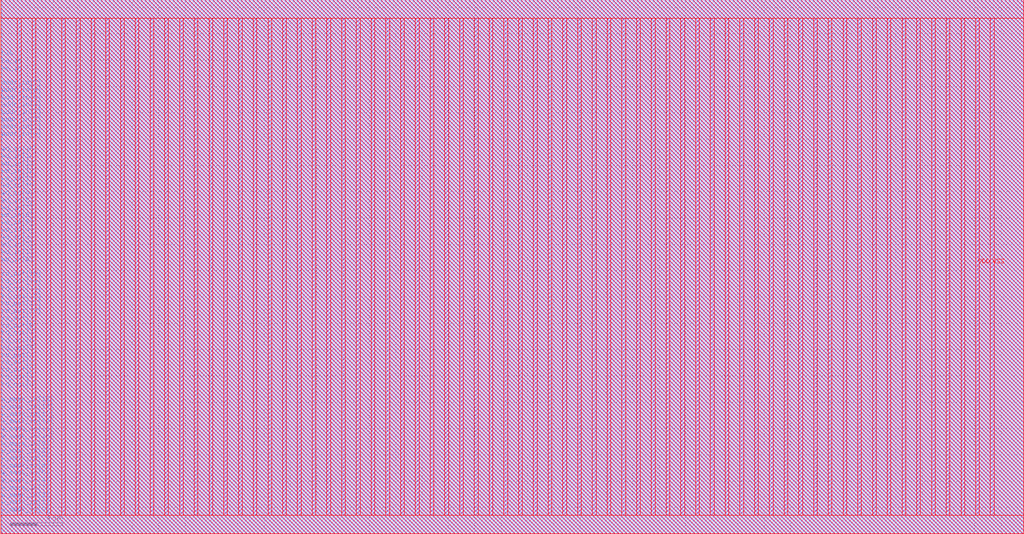
<source format=lef>
VERSION 5.7 ;
BUSBITCHARS "[]" ;
MACRO fakeram45_256x16
  FOREIGN fakeram45_256x16 0 0 ;
  SYMMETRY X Y R90 ;
  SIZE 77.710 BY 40.600 ;
  CLASS BLOCK ;
  PIN w_mask_in[0]
    DIRECTION INPUT ;
    USE SIGNAL ;
    SHAPE ABUTMENT ;
    PORT
      LAYER metal3 ;
      RECT 0.000 1.400 0.070 1.470 ;
    END
  END w_mask_in[0]
  PIN w_mask_in[1]
    DIRECTION INPUT ;
    USE SIGNAL ;
    SHAPE ABUTMENT ;
    PORT
      LAYER metal3 ;
      RECT 0.000 1.960 0.070 2.030 ;
    END
  END w_mask_in[1]
  PIN w_mask_in[2]
    DIRECTION INPUT ;
    USE SIGNAL ;
    SHAPE ABUTMENT ;
    PORT
      LAYER metal3 ;
      RECT 0.000 2.520 0.070 2.590 ;
    END
  END w_mask_in[2]
  PIN w_mask_in[3]
    DIRECTION INPUT ;
    USE SIGNAL ;
    SHAPE ABUTMENT ;
    PORT
      LAYER metal3 ;
      RECT 0.000 3.080 0.070 3.150 ;
    END
  END w_mask_in[3]
  PIN w_mask_in[4]
    DIRECTION INPUT ;
    USE SIGNAL ;
    SHAPE ABUTMENT ;
    PORT
      LAYER metal3 ;
      RECT 0.000 3.640 0.070 3.710 ;
    END
  END w_mask_in[4]
  PIN w_mask_in[5]
    DIRECTION INPUT ;
    USE SIGNAL ;
    SHAPE ABUTMENT ;
    PORT
      LAYER metal3 ;
      RECT 0.000 4.200 0.070 4.270 ;
    END
  END w_mask_in[5]
  PIN w_mask_in[6]
    DIRECTION INPUT ;
    USE SIGNAL ;
    SHAPE ABUTMENT ;
    PORT
      LAYER metal3 ;
      RECT 0.000 4.760 0.070 4.830 ;
    END
  END w_mask_in[6]
  PIN w_mask_in[7]
    DIRECTION INPUT ;
    USE SIGNAL ;
    SHAPE ABUTMENT ;
    PORT
      LAYER metal3 ;
      RECT 0.000 5.320 0.070 5.390 ;
    END
  END w_mask_in[7]
  PIN w_mask_in[8]
    DIRECTION INPUT ;
    USE SIGNAL ;
    SHAPE ABUTMENT ;
    PORT
      LAYER metal3 ;
      RECT 0.000 5.880 0.070 5.950 ;
    END
  END w_mask_in[8]
  PIN w_mask_in[9]
    DIRECTION INPUT ;
    USE SIGNAL ;
    SHAPE ABUTMENT ;
    PORT
      LAYER metal3 ;
      RECT 0.000 6.440 0.070 6.510 ;
    END
  END w_mask_in[9]
  PIN w_mask_in[10]
    DIRECTION INPUT ;
    USE SIGNAL ;
    SHAPE ABUTMENT ;
    PORT
      LAYER metal3 ;
      RECT 0.000 7.000 0.070 7.070 ;
    END
  END w_mask_in[10]
  PIN w_mask_in[11]
    DIRECTION INPUT ;
    USE SIGNAL ;
    SHAPE ABUTMENT ;
    PORT
      LAYER metal3 ;
      RECT 0.000 7.560 0.070 7.630 ;
    END
  END w_mask_in[11]
  PIN w_mask_in[12]
    DIRECTION INPUT ;
    USE SIGNAL ;
    SHAPE ABUTMENT ;
    PORT
      LAYER metal3 ;
      RECT 0.000 8.120 0.070 8.190 ;
    END
  END w_mask_in[12]
  PIN w_mask_in[13]
    DIRECTION INPUT ;
    USE SIGNAL ;
    SHAPE ABUTMENT ;
    PORT
      LAYER metal3 ;
      RECT 0.000 8.680 0.070 8.750 ;
    END
  END w_mask_in[13]
  PIN w_mask_in[14]
    DIRECTION INPUT ;
    USE SIGNAL ;
    SHAPE ABUTMENT ;
    PORT
      LAYER metal3 ;
      RECT 0.000 9.240 0.070 9.310 ;
    END
  END w_mask_in[14]
  PIN w_mask_in[15]
    DIRECTION INPUT ;
    USE SIGNAL ;
    SHAPE ABUTMENT ;
    PORT
      LAYER metal3 ;
      RECT 0.000 9.800 0.070 9.870 ;
    END
  END w_mask_in[15]
  PIN rd_out[0]
    DIRECTION OUTPUT ;
    USE SIGNAL ;
    SHAPE ABUTMENT ;
    PORT
      LAYER metal3 ;
      RECT 0.000 10.920 0.070 10.990 ;
    END
  END rd_out[0]
  PIN rd_out[1]
    DIRECTION OUTPUT ;
    USE SIGNAL ;
    SHAPE ABUTMENT ;
    PORT
      LAYER metal3 ;
      RECT 0.000 11.480 0.070 11.550 ;
    END
  END rd_out[1]
  PIN rd_out[2]
    DIRECTION OUTPUT ;
    USE SIGNAL ;
    SHAPE ABUTMENT ;
    PORT
      LAYER metal3 ;
      RECT 0.000 12.040 0.070 12.110 ;
    END
  END rd_out[2]
  PIN rd_out[3]
    DIRECTION OUTPUT ;
    USE SIGNAL ;
    SHAPE ABUTMENT ;
    PORT
      LAYER metal3 ;
      RECT 0.000 12.600 0.070 12.670 ;
    END
  END rd_out[3]
  PIN rd_out[4]
    DIRECTION OUTPUT ;
    USE SIGNAL ;
    SHAPE ABUTMENT ;
    PORT
      LAYER metal3 ;
      RECT 0.000 13.160 0.070 13.230 ;
    END
  END rd_out[4]
  PIN rd_out[5]
    DIRECTION OUTPUT ;
    USE SIGNAL ;
    SHAPE ABUTMENT ;
    PORT
      LAYER metal3 ;
      RECT 0.000 13.720 0.070 13.790 ;
    END
  END rd_out[5]
  PIN rd_out[6]
    DIRECTION OUTPUT ;
    USE SIGNAL ;
    SHAPE ABUTMENT ;
    PORT
      LAYER metal3 ;
      RECT 0.000 14.280 0.070 14.350 ;
    END
  END rd_out[6]
  PIN rd_out[7]
    DIRECTION OUTPUT ;
    USE SIGNAL ;
    SHAPE ABUTMENT ;
    PORT
      LAYER metal3 ;
      RECT 0.000 14.840 0.070 14.910 ;
    END
  END rd_out[7]
  PIN rd_out[8]
    DIRECTION OUTPUT ;
    USE SIGNAL ;
    SHAPE ABUTMENT ;
    PORT
      LAYER metal3 ;
      RECT 0.000 15.400 0.070 15.470 ;
    END
  END rd_out[8]
  PIN rd_out[9]
    DIRECTION OUTPUT ;
    USE SIGNAL ;
    SHAPE ABUTMENT ;
    PORT
      LAYER metal3 ;
      RECT 0.000 15.960 0.070 16.030 ;
    END
  END rd_out[9]
  PIN rd_out[10]
    DIRECTION OUTPUT ;
    USE SIGNAL ;
    SHAPE ABUTMENT ;
    PORT
      LAYER metal3 ;
      RECT 0.000 16.520 0.070 16.590 ;
    END
  END rd_out[10]
  PIN rd_out[11]
    DIRECTION OUTPUT ;
    USE SIGNAL ;
    SHAPE ABUTMENT ;
    PORT
      LAYER metal3 ;
      RECT 0.000 17.080 0.070 17.150 ;
    END
  END rd_out[11]
  PIN rd_out[12]
    DIRECTION OUTPUT ;
    USE SIGNAL ;
    SHAPE ABUTMENT ;
    PORT
      LAYER metal3 ;
      RECT 0.000 17.640 0.070 17.710 ;
    END
  END rd_out[12]
  PIN rd_out[13]
    DIRECTION OUTPUT ;
    USE SIGNAL ;
    SHAPE ABUTMENT ;
    PORT
      LAYER metal3 ;
      RECT 0.000 18.200 0.070 18.270 ;
    END
  END rd_out[13]
  PIN rd_out[14]
    DIRECTION OUTPUT ;
    USE SIGNAL ;
    SHAPE ABUTMENT ;
    PORT
      LAYER metal3 ;
      RECT 0.000 18.760 0.070 18.830 ;
    END
  END rd_out[14]
  PIN rd_out[15]
    DIRECTION OUTPUT ;
    USE SIGNAL ;
    SHAPE ABUTMENT ;
    PORT
      LAYER metal3 ;
      RECT 0.000 19.320 0.070 19.390 ;
    END
  END rd_out[15]
  PIN wd_in[0]
    DIRECTION INPUT ;
    USE SIGNAL ;
    SHAPE ABUTMENT ;
    PORT
      LAYER metal3 ;
      RECT 0.000 20.440 0.070 20.510 ;
    END
  END wd_in[0]
  PIN wd_in[1]
    DIRECTION INPUT ;
    USE SIGNAL ;
    SHAPE ABUTMENT ;
    PORT
      LAYER metal3 ;
      RECT 0.000 21.000 0.070 21.070 ;
    END
  END wd_in[1]
  PIN wd_in[2]
    DIRECTION INPUT ;
    USE SIGNAL ;
    SHAPE ABUTMENT ;
    PORT
      LAYER metal3 ;
      RECT 0.000 21.560 0.070 21.630 ;
    END
  END wd_in[2]
  PIN wd_in[3]
    DIRECTION INPUT ;
    USE SIGNAL ;
    SHAPE ABUTMENT ;
    PORT
      LAYER metal3 ;
      RECT 0.000 22.120 0.070 22.190 ;
    END
  END wd_in[3]
  PIN wd_in[4]
    DIRECTION INPUT ;
    USE SIGNAL ;
    SHAPE ABUTMENT ;
    PORT
      LAYER metal3 ;
      RECT 0.000 22.680 0.070 22.750 ;
    END
  END wd_in[4]
  PIN wd_in[5]
    DIRECTION INPUT ;
    USE SIGNAL ;
    SHAPE ABUTMENT ;
    PORT
      LAYER metal3 ;
      RECT 0.000 23.240 0.070 23.310 ;
    END
  END wd_in[5]
  PIN wd_in[6]
    DIRECTION INPUT ;
    USE SIGNAL ;
    SHAPE ABUTMENT ;
    PORT
      LAYER metal3 ;
      RECT 0.000 23.800 0.070 23.870 ;
    END
  END wd_in[6]
  PIN wd_in[7]
    DIRECTION INPUT ;
    USE SIGNAL ;
    SHAPE ABUTMENT ;
    PORT
      LAYER metal3 ;
      RECT 0.000 24.360 0.070 24.430 ;
    END
  END wd_in[7]
  PIN wd_in[8]
    DIRECTION INPUT ;
    USE SIGNAL ;
    SHAPE ABUTMENT ;
    PORT
      LAYER metal3 ;
      RECT 0.000 24.920 0.070 24.990 ;
    END
  END wd_in[8]
  PIN wd_in[9]
    DIRECTION INPUT ;
    USE SIGNAL ;
    SHAPE ABUTMENT ;
    PORT
      LAYER metal3 ;
      RECT 0.000 25.480 0.070 25.550 ;
    END
  END wd_in[9]
  PIN wd_in[10]
    DIRECTION INPUT ;
    USE SIGNAL ;
    SHAPE ABUTMENT ;
    PORT
      LAYER metal3 ;
      RECT 0.000 26.040 0.070 26.110 ;
    END
  END wd_in[10]
  PIN wd_in[11]
    DIRECTION INPUT ;
    USE SIGNAL ;
    SHAPE ABUTMENT ;
    PORT
      LAYER metal3 ;
      RECT 0.000 26.600 0.070 26.670 ;
    END
  END wd_in[11]
  PIN wd_in[12]
    DIRECTION INPUT ;
    USE SIGNAL ;
    SHAPE ABUTMENT ;
    PORT
      LAYER metal3 ;
      RECT 0.000 27.160 0.070 27.230 ;
    END
  END wd_in[12]
  PIN wd_in[13]
    DIRECTION INPUT ;
    USE SIGNAL ;
    SHAPE ABUTMENT ;
    PORT
      LAYER metal3 ;
      RECT 0.000 27.720 0.070 27.790 ;
    END
  END wd_in[13]
  PIN wd_in[14]
    DIRECTION INPUT ;
    USE SIGNAL ;
    SHAPE ABUTMENT ;
    PORT
      LAYER metal3 ;
      RECT 0.000 28.280 0.070 28.350 ;
    END
  END wd_in[14]
  PIN wd_in[15]
    DIRECTION INPUT ;
    USE SIGNAL ;
    SHAPE ABUTMENT ;
    PORT
      LAYER metal3 ;
      RECT 0.000 28.840 0.070 28.910 ;
    END
  END wd_in[15]
  PIN addr_in[0]
    DIRECTION INPUT ;
    USE SIGNAL ;
    SHAPE ABUTMENT ;
    PORT
      LAYER metal3 ;
      RECT 0.000 29.960 0.070 30.030 ;
    END
  END addr_in[0]
  PIN addr_in[1]
    DIRECTION INPUT ;
    USE SIGNAL ;
    SHAPE ABUTMENT ;
    PORT
      LAYER metal3 ;
      RECT 0.000 30.520 0.070 30.590 ;
    END
  END addr_in[1]
  PIN addr_in[2]
    DIRECTION INPUT ;
    USE SIGNAL ;
    SHAPE ABUTMENT ;
    PORT
      LAYER metal3 ;
      RECT 0.000 31.080 0.070 31.150 ;
    END
  END addr_in[2]
  PIN addr_in[3]
    DIRECTION INPUT ;
    USE SIGNAL ;
    SHAPE ABUTMENT ;
    PORT
      LAYER metal3 ;
      RECT 0.000 31.640 0.070 31.710 ;
    END
  END addr_in[3]
  PIN addr_in[4]
    DIRECTION INPUT ;
    USE SIGNAL ;
    SHAPE ABUTMENT ;
    PORT
      LAYER metal3 ;
      RECT 0.000 32.200 0.070 32.270 ;
    END
  END addr_in[4]
  PIN addr_in[5]
    DIRECTION INPUT ;
    USE SIGNAL ;
    SHAPE ABUTMENT ;
    PORT
      LAYER metal3 ;
      RECT 0.000 32.760 0.070 32.830 ;
    END
  END addr_in[5]
  PIN addr_in[6]
    DIRECTION INPUT ;
    USE SIGNAL ;
    SHAPE ABUTMENT ;
    PORT
      LAYER metal3 ;
      RECT 0.000 33.320 0.070 33.390 ;
    END
  END addr_in[6]
  PIN addr_in[7]
    DIRECTION INPUT ;
    USE SIGNAL ;
    SHAPE ABUTMENT ;
    PORT
      LAYER metal3 ;
      RECT 0.000 33.880 0.070 33.950 ;
    END
  END addr_in[7]
  PIN we_in
    DIRECTION INPUT ;
    USE SIGNAL ;
    SHAPE ABUTMENT ;
    PORT
      LAYER metal3 ;
      RECT 0.000 35.000 0.070 35.070 ;
    END
  END we_in
  PIN ce_in
    DIRECTION INPUT ;
    USE SIGNAL ;
    SHAPE ABUTMENT ;
    PORT
      LAYER metal3 ;
      RECT 0.000 35.560 0.070 35.630 ;
    END
  END ce_in
  PIN clk
    DIRECTION INPUT ;
    USE SIGNAL ;
    SHAPE ABUTMENT ;
    PORT
      LAYER metal3 ;
      RECT 0.000 36.120 0.070 36.190 ;
    END
  END clk
  PIN VSS
    DIRECTION INOUT ;
    USE GROUND ;
    PORT
      LAYER metal4 ;
      RECT 1.260 1.400 1.540 39.200 ;
      RECT 3.500 1.400 3.780 39.200 ;
      RECT 5.740 1.400 6.020 39.200 ;
      RECT 7.980 1.400 8.260 39.200 ;
      RECT 10.220 1.400 10.500 39.200 ;
      RECT 12.460 1.400 12.740 39.200 ;
      RECT 14.700 1.400 14.980 39.200 ;
      RECT 16.940 1.400 17.220 39.200 ;
      RECT 19.180 1.400 19.460 39.200 ;
      RECT 21.420 1.400 21.700 39.200 ;
      RECT 23.660 1.400 23.940 39.200 ;
      RECT 25.900 1.400 26.180 39.200 ;
      RECT 28.140 1.400 28.420 39.200 ;
      RECT 30.380 1.400 30.660 39.200 ;
      RECT 32.620 1.400 32.900 39.200 ;
      RECT 34.860 1.400 35.140 39.200 ;
      RECT 37.100 1.400 37.380 39.200 ;
      RECT 39.340 1.400 39.620 39.200 ;
      RECT 41.580 1.400 41.860 39.200 ;
      RECT 43.820 1.400 44.100 39.200 ;
      RECT 46.060 1.400 46.340 39.200 ;
      RECT 48.300 1.400 48.580 39.200 ;
      RECT 50.540 1.400 50.820 39.200 ;
      RECT 52.780 1.400 53.060 39.200 ;
      RECT 55.020 1.400 55.300 39.200 ;
      RECT 57.260 1.400 57.540 39.200 ;
      RECT 59.500 1.400 59.780 39.200 ;
      RECT 61.740 1.400 62.020 39.200 ;
      RECT 63.980 1.400 64.260 39.200 ;
      RECT 66.220 1.400 66.500 39.200 ;
      RECT 68.460 1.400 68.740 39.200 ;
      RECT 70.700 1.400 70.980 39.200 ;
      RECT 72.940 1.400 73.220 39.200 ;
      RECT 75.180 1.400 75.460 39.200 ;
    END
  END VSS
  PIN VDD
    DIRECTION INOUT ;
    USE POWER ;
    PORT
      LAYER metal4 ;
      RECT 2.380 1.400 2.660 39.200 ;
      RECT 4.620 1.400 4.900 39.200 ;
      RECT 6.860 1.400 7.140 39.200 ;
      RECT 9.100 1.400 9.380 39.200 ;
      RECT 11.340 1.400 11.620 39.200 ;
      RECT 13.580 1.400 13.860 39.200 ;
      RECT 15.820 1.400 16.100 39.200 ;
      RECT 18.060 1.400 18.340 39.200 ;
      RECT 20.300 1.400 20.580 39.200 ;
      RECT 22.540 1.400 22.820 39.200 ;
      RECT 24.780 1.400 25.060 39.200 ;
      RECT 27.020 1.400 27.300 39.200 ;
      RECT 29.260 1.400 29.540 39.200 ;
      RECT 31.500 1.400 31.780 39.200 ;
      RECT 33.740 1.400 34.020 39.200 ;
      RECT 35.980 1.400 36.260 39.200 ;
      RECT 38.220 1.400 38.500 39.200 ;
      RECT 40.460 1.400 40.740 39.200 ;
      RECT 42.700 1.400 42.980 39.200 ;
      RECT 44.940 1.400 45.220 39.200 ;
      RECT 47.180 1.400 47.460 39.200 ;
      RECT 49.420 1.400 49.700 39.200 ;
      RECT 51.660 1.400 51.940 39.200 ;
      RECT 53.900 1.400 54.180 39.200 ;
      RECT 56.140 1.400 56.420 39.200 ;
      RECT 58.380 1.400 58.660 39.200 ;
      RECT 60.620 1.400 60.900 39.200 ;
      RECT 62.860 1.400 63.140 39.200 ;
      RECT 65.100 1.400 65.380 39.200 ;
      RECT 67.340 1.400 67.620 39.200 ;
      RECT 69.580 1.400 69.860 39.200 ;
      RECT 71.820 1.400 72.100 39.200 ;
      RECT 74.060 1.400 74.340 39.200 ;
    END
  END VDD
  OBS
    LAYER metal1 ;
    RECT 0 0 77.710 40.600 ;
    LAYER metal2 ;
    RECT 0 0 77.710 40.600 ;
    LAYER metal3 ;
    RECT 0.070 0 77.710 40.600 ;
    RECT 0 0.000 0.070 1.400 ;
    RECT 0 1.470 0.070 1.960 ;
    RECT 0 2.030 0.070 2.520 ;
    RECT 0 2.590 0.070 3.080 ;
    RECT 0 3.150 0.070 3.640 ;
    RECT 0 3.710 0.070 4.200 ;
    RECT 0 4.270 0.070 4.760 ;
    RECT 0 4.830 0.070 5.320 ;
    RECT 0 5.390 0.070 5.880 ;
    RECT 0 5.950 0.070 6.440 ;
    RECT 0 6.510 0.070 7.000 ;
    RECT 0 7.070 0.070 7.560 ;
    RECT 0 7.630 0.070 8.120 ;
    RECT 0 8.190 0.070 8.680 ;
    RECT 0 8.750 0.070 9.240 ;
    RECT 0 9.310 0.070 9.800 ;
    RECT 0 9.870 0.070 10.920 ;
    RECT 0 10.990 0.070 11.480 ;
    RECT 0 11.550 0.070 12.040 ;
    RECT 0 12.110 0.070 12.600 ;
    RECT 0 12.670 0.070 13.160 ;
    RECT 0 13.230 0.070 13.720 ;
    RECT 0 13.790 0.070 14.280 ;
    RECT 0 14.350 0.070 14.840 ;
    RECT 0 14.910 0.070 15.400 ;
    RECT 0 15.470 0.070 15.960 ;
    RECT 0 16.030 0.070 16.520 ;
    RECT 0 16.590 0.070 17.080 ;
    RECT 0 17.150 0.070 17.640 ;
    RECT 0 17.710 0.070 18.200 ;
    RECT 0 18.270 0.070 18.760 ;
    RECT 0 18.830 0.070 19.320 ;
    RECT 0 19.390 0.070 20.440 ;
    RECT 0 20.510 0.070 21.000 ;
    RECT 0 21.070 0.070 21.560 ;
    RECT 0 21.630 0.070 22.120 ;
    RECT 0 22.190 0.070 22.680 ;
    RECT 0 22.750 0.070 23.240 ;
    RECT 0 23.310 0.070 23.800 ;
    RECT 0 23.870 0.070 24.360 ;
    RECT 0 24.430 0.070 24.920 ;
    RECT 0 24.990 0.070 25.480 ;
    RECT 0 25.550 0.070 26.040 ;
    RECT 0 26.110 0.070 26.600 ;
    RECT 0 26.670 0.070 27.160 ;
    RECT 0 27.230 0.070 27.720 ;
    RECT 0 27.790 0.070 28.280 ;
    RECT 0 28.350 0.070 28.840 ;
    RECT 0 28.910 0.070 29.960 ;
    RECT 0 30.030 0.070 30.520 ;
    RECT 0 30.590 0.070 31.080 ;
    RECT 0 31.150 0.070 31.640 ;
    RECT 0 31.710 0.070 32.200 ;
    RECT 0 32.270 0.070 32.760 ;
    RECT 0 32.830 0.070 33.320 ;
    RECT 0 33.390 0.070 33.880 ;
    RECT 0 33.950 0.070 35.000 ;
    RECT 0 35.070 0.070 35.560 ;
    RECT 0 35.630 0.070 36.120 ;
    RECT 0 36.190 0.070 40.600 ;
    LAYER metal4 ;
    RECT 0 0 77.710 1.400 ;
    RECT 0 39.200 77.710 40.600 ;
    RECT 0.000 1.400 1.260 39.200 ;
    RECT 1.540 1.400 2.380 39.200 ;
    RECT 2.660 1.400 3.500 39.200 ;
    RECT 3.780 1.400 4.620 39.200 ;
    RECT 4.900 1.400 5.740 39.200 ;
    RECT 6.020 1.400 6.860 39.200 ;
    RECT 7.140 1.400 7.980 39.200 ;
    RECT 8.260 1.400 9.100 39.200 ;
    RECT 9.380 1.400 10.220 39.200 ;
    RECT 10.500 1.400 11.340 39.200 ;
    RECT 11.620 1.400 12.460 39.200 ;
    RECT 12.740 1.400 13.580 39.200 ;
    RECT 13.860 1.400 14.700 39.200 ;
    RECT 14.980 1.400 15.820 39.200 ;
    RECT 16.100 1.400 16.940 39.200 ;
    RECT 17.220 1.400 18.060 39.200 ;
    RECT 18.340 1.400 19.180 39.200 ;
    RECT 19.460 1.400 20.300 39.200 ;
    RECT 20.580 1.400 21.420 39.200 ;
    RECT 21.700 1.400 22.540 39.200 ;
    RECT 22.820 1.400 23.660 39.200 ;
    RECT 23.940 1.400 24.780 39.200 ;
    RECT 25.060 1.400 25.900 39.200 ;
    RECT 26.180 1.400 27.020 39.200 ;
    RECT 27.300 1.400 28.140 39.200 ;
    RECT 28.420 1.400 29.260 39.200 ;
    RECT 29.540 1.400 30.380 39.200 ;
    RECT 30.660 1.400 31.500 39.200 ;
    RECT 31.780 1.400 32.620 39.200 ;
    RECT 32.900 1.400 33.740 39.200 ;
    RECT 34.020 1.400 34.860 39.200 ;
    RECT 35.140 1.400 35.980 39.200 ;
    RECT 36.260 1.400 37.100 39.200 ;
    RECT 37.380 1.400 38.220 39.200 ;
    RECT 38.500 1.400 39.340 39.200 ;
    RECT 39.620 1.400 40.460 39.200 ;
    RECT 40.740 1.400 41.580 39.200 ;
    RECT 41.860 1.400 42.700 39.200 ;
    RECT 42.980 1.400 43.820 39.200 ;
    RECT 44.100 1.400 44.940 39.200 ;
    RECT 45.220 1.400 46.060 39.200 ;
    RECT 46.340 1.400 47.180 39.200 ;
    RECT 47.460 1.400 48.300 39.200 ;
    RECT 48.580 1.400 49.420 39.200 ;
    RECT 49.700 1.400 50.540 39.200 ;
    RECT 50.820 1.400 51.660 39.200 ;
    RECT 51.940 1.400 52.780 39.200 ;
    RECT 53.060 1.400 53.900 39.200 ;
    RECT 54.180 1.400 55.020 39.200 ;
    RECT 55.300 1.400 56.140 39.200 ;
    RECT 56.420 1.400 57.260 39.200 ;
    RECT 57.540 1.400 58.380 39.200 ;
    RECT 58.660 1.400 59.500 39.200 ;
    RECT 59.780 1.400 60.620 39.200 ;
    RECT 60.900 1.400 61.740 39.200 ;
    RECT 62.020 1.400 62.860 39.200 ;
    RECT 63.140 1.400 63.980 39.200 ;
    RECT 64.260 1.400 65.100 39.200 ;
    RECT 65.380 1.400 66.220 39.200 ;
    RECT 66.500 1.400 67.340 39.200 ;
    RECT 67.620 1.400 68.460 39.200 ;
    RECT 68.740 1.400 69.580 39.200 ;
    RECT 69.860 1.400 70.700 39.200 ;
    RECT 70.980 1.400 71.820 39.200 ;
    RECT 72.100 1.400 72.940 39.200 ;
    RECT 73.220 1.400 74.060 39.200 ;
    RECT 74.340 1.400 75.180 39.200 ;
    RECT 75.460 1.400 77.710 39.200 ;
    LAYER OVERLAP ;
    RECT 0 0 77.710 40.600 ;
  END
END fakeram45_256x16

END LIBRARY

</source>
